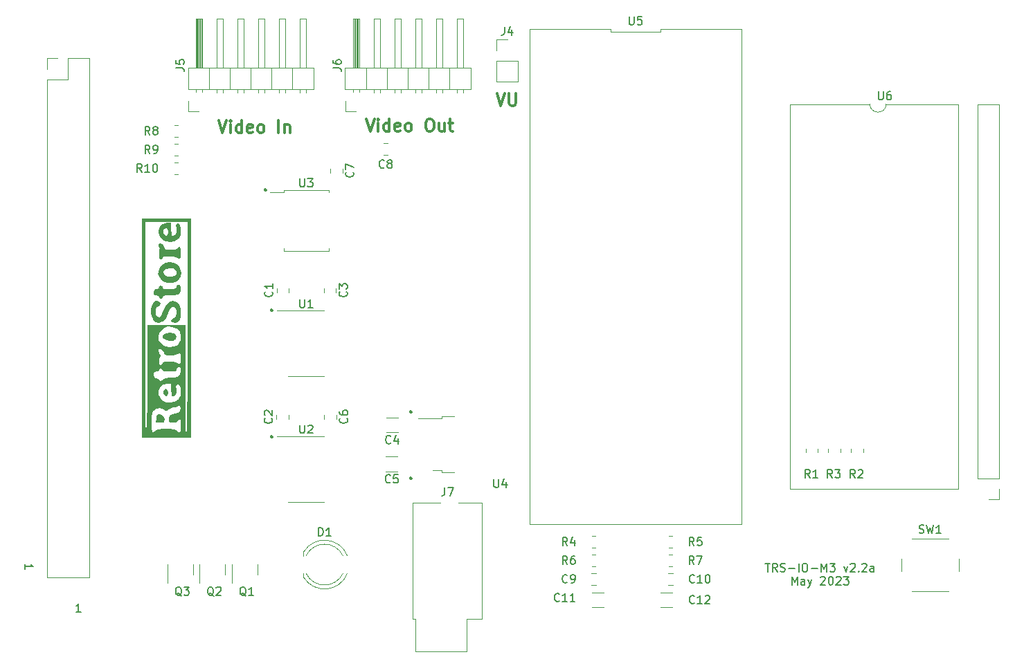
<source format=gbr>
%TF.GenerationSoftware,KiCad,Pcbnew,(6.0.11)*%
%TF.CreationDate,2023-04-29T22:06:13-07:00*%
%TF.ProjectId,TRS-IO-M3,5452532d-494f-42d4-9d33-2e6b69636164,rev?*%
%TF.SameCoordinates,Original*%
%TF.FileFunction,Legend,Top*%
%TF.FilePolarity,Positive*%
%FSLAX46Y46*%
G04 Gerber Fmt 4.6, Leading zero omitted, Abs format (unit mm)*
G04 Created by KiCad (PCBNEW (6.0.11)) date 2023-04-29 22:06:13*
%MOMM*%
%LPD*%
G01*
G04 APERTURE LIST*
%ADD10C,0.150000*%
%ADD11C,0.300000*%
%ADD12C,0.120000*%
G04 APERTURE END LIST*
D10*
X112323619Y-123983714D02*
X112323619Y-123412285D01*
X112323619Y-123698000D02*
X113323619Y-123698000D01*
X113180761Y-123602761D01*
X113085523Y-123507523D01*
X113037904Y-123412285D01*
D11*
X142494000Y-92229714D02*
X142422571Y-92301142D01*
X142494000Y-92372571D01*
X142565428Y-92301142D01*
X142494000Y-92229714D01*
X142494000Y-92372571D01*
X141732000Y-77497714D02*
X141660571Y-77569142D01*
X141732000Y-77640571D01*
X141803428Y-77569142D01*
X141732000Y-77497714D01*
X141732000Y-77640571D01*
X159506757Y-112803714D02*
X159435328Y-112875142D01*
X159506757Y-112946571D01*
X159578185Y-112875142D01*
X159506757Y-112803714D01*
X159506757Y-112946571D01*
X142494000Y-107723714D02*
X142422571Y-107795142D01*
X142494000Y-107866571D01*
X142565428Y-107795142D01*
X142494000Y-107723714D01*
X142494000Y-107866571D01*
X154028571Y-68878571D02*
X154528571Y-70378571D01*
X155028571Y-68878571D01*
X155528571Y-70378571D02*
X155528571Y-69378571D01*
X155528571Y-68878571D02*
X155457142Y-68950000D01*
X155528571Y-69021428D01*
X155600000Y-68950000D01*
X155528571Y-68878571D01*
X155528571Y-69021428D01*
X156885714Y-70378571D02*
X156885714Y-68878571D01*
X156885714Y-70307142D02*
X156742857Y-70378571D01*
X156457142Y-70378571D01*
X156314285Y-70307142D01*
X156242857Y-70235714D01*
X156171428Y-70092857D01*
X156171428Y-69664285D01*
X156242857Y-69521428D01*
X156314285Y-69450000D01*
X156457142Y-69378571D01*
X156742857Y-69378571D01*
X156885714Y-69450000D01*
X158171428Y-70307142D02*
X158028571Y-70378571D01*
X157742857Y-70378571D01*
X157600000Y-70307142D01*
X157528571Y-70164285D01*
X157528571Y-69592857D01*
X157600000Y-69450000D01*
X157742857Y-69378571D01*
X158028571Y-69378571D01*
X158171428Y-69450000D01*
X158242857Y-69592857D01*
X158242857Y-69735714D01*
X157528571Y-69878571D01*
X159100000Y-70378571D02*
X158957142Y-70307142D01*
X158885714Y-70235714D01*
X158814285Y-70092857D01*
X158814285Y-69664285D01*
X158885714Y-69521428D01*
X158957142Y-69450000D01*
X159100000Y-69378571D01*
X159314285Y-69378571D01*
X159457142Y-69450000D01*
X159528571Y-69521428D01*
X159600000Y-69664285D01*
X159600000Y-70092857D01*
X159528571Y-70235714D01*
X159457142Y-70307142D01*
X159314285Y-70378571D01*
X159100000Y-70378571D01*
X161671428Y-68878571D02*
X161957142Y-68878571D01*
X162100000Y-68950000D01*
X162242857Y-69092857D01*
X162314285Y-69378571D01*
X162314285Y-69878571D01*
X162242857Y-70164285D01*
X162100000Y-70307142D01*
X161957142Y-70378571D01*
X161671428Y-70378571D01*
X161528571Y-70307142D01*
X161385714Y-70164285D01*
X161314285Y-69878571D01*
X161314285Y-69378571D01*
X161385714Y-69092857D01*
X161528571Y-68950000D01*
X161671428Y-68878571D01*
X163600000Y-69378571D02*
X163600000Y-70378571D01*
X162957142Y-69378571D02*
X162957142Y-70164285D01*
X163028571Y-70307142D01*
X163171428Y-70378571D01*
X163385714Y-70378571D01*
X163528571Y-70307142D01*
X163600000Y-70235714D01*
X164100000Y-69378571D02*
X164671428Y-69378571D01*
X164314285Y-68878571D02*
X164314285Y-70164285D01*
X164385714Y-70307142D01*
X164528571Y-70378571D01*
X164671428Y-70378571D01*
D10*
X202835714Y-123310580D02*
X203407142Y-123310580D01*
X203121428Y-124310580D02*
X203121428Y-123310580D01*
X204311904Y-124310580D02*
X203978571Y-123834390D01*
X203740476Y-124310580D02*
X203740476Y-123310580D01*
X204121428Y-123310580D01*
X204216666Y-123358200D01*
X204264285Y-123405819D01*
X204311904Y-123501057D01*
X204311904Y-123643914D01*
X204264285Y-123739152D01*
X204216666Y-123786771D01*
X204121428Y-123834390D01*
X203740476Y-123834390D01*
X204692857Y-124262961D02*
X204835714Y-124310580D01*
X205073809Y-124310580D01*
X205169047Y-124262961D01*
X205216666Y-124215342D01*
X205264285Y-124120104D01*
X205264285Y-124024866D01*
X205216666Y-123929628D01*
X205169047Y-123882009D01*
X205073809Y-123834390D01*
X204883333Y-123786771D01*
X204788095Y-123739152D01*
X204740476Y-123691533D01*
X204692857Y-123596295D01*
X204692857Y-123501057D01*
X204740476Y-123405819D01*
X204788095Y-123358200D01*
X204883333Y-123310580D01*
X205121428Y-123310580D01*
X205264285Y-123358200D01*
X205692857Y-123929628D02*
X206454761Y-123929628D01*
X206930952Y-124310580D02*
X206930952Y-123310580D01*
X207597619Y-123310580D02*
X207788095Y-123310580D01*
X207883333Y-123358200D01*
X207978571Y-123453438D01*
X208026190Y-123643914D01*
X208026190Y-123977247D01*
X207978571Y-124167723D01*
X207883333Y-124262961D01*
X207788095Y-124310580D01*
X207597619Y-124310580D01*
X207502380Y-124262961D01*
X207407142Y-124167723D01*
X207359523Y-123977247D01*
X207359523Y-123643914D01*
X207407142Y-123453438D01*
X207502380Y-123358200D01*
X207597619Y-123310580D01*
X208454761Y-123929628D02*
X209216666Y-123929628D01*
X209692857Y-124310580D02*
X209692857Y-123310580D01*
X210026190Y-124024866D01*
X210359523Y-123310580D01*
X210359523Y-124310580D01*
X210740476Y-123310580D02*
X211359523Y-123310580D01*
X211026190Y-123691533D01*
X211169047Y-123691533D01*
X211264285Y-123739152D01*
X211311904Y-123786771D01*
X211359523Y-123882009D01*
X211359523Y-124120104D01*
X211311904Y-124215342D01*
X211264285Y-124262961D01*
X211169047Y-124310580D01*
X210883333Y-124310580D01*
X210788095Y-124262961D01*
X210740476Y-124215342D01*
X212454761Y-123643914D02*
X212692857Y-124310580D01*
X212930952Y-123643914D01*
X213264285Y-123405819D02*
X213311904Y-123358200D01*
X213407142Y-123310580D01*
X213645238Y-123310580D01*
X213740476Y-123358200D01*
X213788095Y-123405819D01*
X213835714Y-123501057D01*
X213835714Y-123596295D01*
X213788095Y-123739152D01*
X213216666Y-124310580D01*
X213835714Y-124310580D01*
X214264285Y-124215342D02*
X214311904Y-124262961D01*
X214264285Y-124310580D01*
X214216666Y-124262961D01*
X214264285Y-124215342D01*
X214264285Y-124310580D01*
X214692857Y-123405819D02*
X214740476Y-123358200D01*
X214835714Y-123310580D01*
X215073809Y-123310580D01*
X215169047Y-123358200D01*
X215216666Y-123405819D01*
X215264285Y-123501057D01*
X215264285Y-123596295D01*
X215216666Y-123739152D01*
X214645238Y-124310580D01*
X215264285Y-124310580D01*
X216121428Y-124310580D02*
X216121428Y-123786771D01*
X216073809Y-123691533D01*
X215978571Y-123643914D01*
X215788095Y-123643914D01*
X215692857Y-123691533D01*
X216121428Y-124262961D02*
X216026190Y-124310580D01*
X215788095Y-124310580D01*
X215692857Y-124262961D01*
X215645238Y-124167723D01*
X215645238Y-124072485D01*
X215692857Y-123977247D01*
X215788095Y-123929628D01*
X216026190Y-123929628D01*
X216121428Y-123882009D01*
X206097619Y-125920580D02*
X206097619Y-124920580D01*
X206430952Y-125634866D01*
X206764285Y-124920580D01*
X206764285Y-125920580D01*
X207669047Y-125920580D02*
X207669047Y-125396771D01*
X207621428Y-125301533D01*
X207526190Y-125253914D01*
X207335714Y-125253914D01*
X207240476Y-125301533D01*
X207669047Y-125872961D02*
X207573809Y-125920580D01*
X207335714Y-125920580D01*
X207240476Y-125872961D01*
X207192857Y-125777723D01*
X207192857Y-125682485D01*
X207240476Y-125587247D01*
X207335714Y-125539628D01*
X207573809Y-125539628D01*
X207669047Y-125492009D01*
X208050000Y-125253914D02*
X208288095Y-125920580D01*
X208526190Y-125253914D02*
X208288095Y-125920580D01*
X208192857Y-126158676D01*
X208145238Y-126206295D01*
X208050000Y-126253914D01*
X209621428Y-125015819D02*
X209669047Y-124968200D01*
X209764285Y-124920580D01*
X210002380Y-124920580D01*
X210097619Y-124968200D01*
X210145238Y-125015819D01*
X210192857Y-125111057D01*
X210192857Y-125206295D01*
X210145238Y-125349152D01*
X209573809Y-125920580D01*
X210192857Y-125920580D01*
X210811904Y-124920580D02*
X210907142Y-124920580D01*
X211002380Y-124968200D01*
X211050000Y-125015819D01*
X211097619Y-125111057D01*
X211145238Y-125301533D01*
X211145238Y-125539628D01*
X211097619Y-125730104D01*
X211050000Y-125825342D01*
X211002380Y-125872961D01*
X210907142Y-125920580D01*
X210811904Y-125920580D01*
X210716666Y-125872961D01*
X210669047Y-125825342D01*
X210621428Y-125730104D01*
X210573809Y-125539628D01*
X210573809Y-125301533D01*
X210621428Y-125111057D01*
X210669047Y-125015819D01*
X210716666Y-124968200D01*
X210811904Y-124920580D01*
X211526190Y-125015819D02*
X211573809Y-124968200D01*
X211669047Y-124920580D01*
X211907142Y-124920580D01*
X212002380Y-124968200D01*
X212050000Y-125015819D01*
X212097619Y-125111057D01*
X212097619Y-125206295D01*
X212050000Y-125349152D01*
X211478571Y-125920580D01*
X212097619Y-125920580D01*
X212430952Y-124920580D02*
X213050000Y-124920580D01*
X212716666Y-125301533D01*
X212859523Y-125301533D01*
X212954761Y-125349152D01*
X213002380Y-125396771D01*
X213050000Y-125492009D01*
X213050000Y-125730104D01*
X213002380Y-125825342D01*
X212954761Y-125872961D01*
X212859523Y-125920580D01*
X212573809Y-125920580D01*
X212478571Y-125872961D01*
X212430952Y-125825342D01*
D11*
X135985714Y-69078571D02*
X136485714Y-70578571D01*
X136985714Y-69078571D01*
X137485714Y-70578571D02*
X137485714Y-69578571D01*
X137485714Y-69078571D02*
X137414285Y-69150000D01*
X137485714Y-69221428D01*
X137557142Y-69150000D01*
X137485714Y-69078571D01*
X137485714Y-69221428D01*
X138842857Y-70578571D02*
X138842857Y-69078571D01*
X138842857Y-70507142D02*
X138700000Y-70578571D01*
X138414285Y-70578571D01*
X138271428Y-70507142D01*
X138200000Y-70435714D01*
X138128571Y-70292857D01*
X138128571Y-69864285D01*
X138200000Y-69721428D01*
X138271428Y-69650000D01*
X138414285Y-69578571D01*
X138700000Y-69578571D01*
X138842857Y-69650000D01*
X140128571Y-70507142D02*
X139985714Y-70578571D01*
X139700000Y-70578571D01*
X139557142Y-70507142D01*
X139485714Y-70364285D01*
X139485714Y-69792857D01*
X139557142Y-69650000D01*
X139700000Y-69578571D01*
X139985714Y-69578571D01*
X140128571Y-69650000D01*
X140200000Y-69792857D01*
X140200000Y-69935714D01*
X139485714Y-70078571D01*
X141057142Y-70578571D02*
X140914285Y-70507142D01*
X140842857Y-70435714D01*
X140771428Y-70292857D01*
X140771428Y-69864285D01*
X140842857Y-69721428D01*
X140914285Y-69650000D01*
X141057142Y-69578571D01*
X141271428Y-69578571D01*
X141414285Y-69650000D01*
X141485714Y-69721428D01*
X141557142Y-69864285D01*
X141557142Y-70292857D01*
X141485714Y-70435714D01*
X141414285Y-70507142D01*
X141271428Y-70578571D01*
X141057142Y-70578571D01*
X143342857Y-70578571D02*
X143342857Y-69078571D01*
X144057142Y-69578571D02*
X144057142Y-70578571D01*
X144057142Y-69721428D02*
X144128571Y-69650000D01*
X144271428Y-69578571D01*
X144485714Y-69578571D01*
X144628571Y-69650000D01*
X144700000Y-69792857D01*
X144700000Y-70578571D01*
D10*
X119157714Y-129230380D02*
X118586285Y-129230380D01*
X118872000Y-129230380D02*
X118872000Y-128230380D01*
X118776761Y-128373238D01*
X118681523Y-128468476D01*
X118586285Y-128516095D01*
D11*
X159512000Y-104675714D02*
X159440571Y-104747142D01*
X159512000Y-104818571D01*
X159583428Y-104747142D01*
X159512000Y-104675714D01*
X159512000Y-104818571D01*
X170014285Y-65749571D02*
X170514285Y-67249571D01*
X171014285Y-65749571D01*
X171514285Y-65749571D02*
X171514285Y-66963857D01*
X171585714Y-67106714D01*
X171657142Y-67178142D01*
X171800000Y-67249571D01*
X172085714Y-67249571D01*
X172228571Y-67178142D01*
X172300000Y-67106714D01*
X172371428Y-66963857D01*
X172371428Y-65749571D01*
D10*
%TO.C,U3*%
X145938095Y-76202380D02*
X145938095Y-77011904D01*
X145985714Y-77107142D01*
X146033333Y-77154761D01*
X146128571Y-77202380D01*
X146319047Y-77202380D01*
X146414285Y-77154761D01*
X146461904Y-77107142D01*
X146509523Y-77011904D01*
X146509523Y-76202380D01*
X146890476Y-76202380D02*
X147509523Y-76202380D01*
X147176190Y-76583333D01*
X147319047Y-76583333D01*
X147414285Y-76630952D01*
X147461904Y-76678571D01*
X147509523Y-76773809D01*
X147509523Y-77011904D01*
X147461904Y-77107142D01*
X147414285Y-77154761D01*
X147319047Y-77202380D01*
X147033333Y-77202380D01*
X146938095Y-77154761D01*
X146890476Y-77107142D01*
%TO.C,R9*%
X127595333Y-73096380D02*
X127262000Y-72620190D01*
X127023904Y-73096380D02*
X127023904Y-72096380D01*
X127404857Y-72096380D01*
X127500095Y-72144000D01*
X127547714Y-72191619D01*
X127595333Y-72286857D01*
X127595333Y-72429714D01*
X127547714Y-72524952D01*
X127500095Y-72572571D01*
X127404857Y-72620190D01*
X127023904Y-72620190D01*
X128071523Y-73096380D02*
X128262000Y-73096380D01*
X128357238Y-73048761D01*
X128404857Y-73001142D01*
X128500095Y-72858285D01*
X128547714Y-72667809D01*
X128547714Y-72286857D01*
X128500095Y-72191619D01*
X128452476Y-72144000D01*
X128357238Y-72096380D01*
X128166761Y-72096380D01*
X128071523Y-72144000D01*
X128023904Y-72191619D01*
X127976285Y-72286857D01*
X127976285Y-72524952D01*
X128023904Y-72620190D01*
X128071523Y-72667809D01*
X128166761Y-72715428D01*
X128357238Y-72715428D01*
X128452476Y-72667809D01*
X128500095Y-72620190D01*
X128547714Y-72524952D01*
%TO.C,R8*%
X127595333Y-70810380D02*
X127262000Y-70334190D01*
X127023904Y-70810380D02*
X127023904Y-69810380D01*
X127404857Y-69810380D01*
X127500095Y-69858000D01*
X127547714Y-69905619D01*
X127595333Y-70000857D01*
X127595333Y-70143714D01*
X127547714Y-70238952D01*
X127500095Y-70286571D01*
X127404857Y-70334190D01*
X127023904Y-70334190D01*
X128166761Y-70238952D02*
X128071523Y-70191333D01*
X128023904Y-70143714D01*
X127976285Y-70048476D01*
X127976285Y-70000857D01*
X128023904Y-69905619D01*
X128071523Y-69858000D01*
X128166761Y-69810380D01*
X128357238Y-69810380D01*
X128452476Y-69858000D01*
X128500095Y-69905619D01*
X128547714Y-70000857D01*
X128547714Y-70048476D01*
X128500095Y-70143714D01*
X128452476Y-70191333D01*
X128357238Y-70238952D01*
X128166761Y-70238952D01*
X128071523Y-70286571D01*
X128023904Y-70334190D01*
X127976285Y-70429428D01*
X127976285Y-70619904D01*
X128023904Y-70715142D01*
X128071523Y-70762761D01*
X128166761Y-70810380D01*
X128357238Y-70810380D01*
X128452476Y-70762761D01*
X128500095Y-70715142D01*
X128547714Y-70619904D01*
X128547714Y-70429428D01*
X128500095Y-70334190D01*
X128452476Y-70286571D01*
X128357238Y-70238952D01*
%TO.C,R1*%
X208313333Y-112807380D02*
X207980000Y-112331190D01*
X207741904Y-112807380D02*
X207741904Y-111807380D01*
X208122857Y-111807380D01*
X208218095Y-111855000D01*
X208265714Y-111902619D01*
X208313333Y-111997857D01*
X208313333Y-112140714D01*
X208265714Y-112235952D01*
X208218095Y-112283571D01*
X208122857Y-112331190D01*
X207741904Y-112331190D01*
X209265714Y-112807380D02*
X208694285Y-112807380D01*
X208980000Y-112807380D02*
X208980000Y-111807380D01*
X208884761Y-111950238D01*
X208789523Y-112045476D01*
X208694285Y-112093095D01*
%TO.C,R2*%
X213847333Y-112807380D02*
X213514000Y-112331190D01*
X213275904Y-112807380D02*
X213275904Y-111807380D01*
X213656857Y-111807380D01*
X213752095Y-111855000D01*
X213799714Y-111902619D01*
X213847333Y-111997857D01*
X213847333Y-112140714D01*
X213799714Y-112235952D01*
X213752095Y-112283571D01*
X213656857Y-112331190D01*
X213275904Y-112331190D01*
X214228285Y-111902619D02*
X214275904Y-111855000D01*
X214371142Y-111807380D01*
X214609238Y-111807380D01*
X214704476Y-111855000D01*
X214752095Y-111902619D01*
X214799714Y-111997857D01*
X214799714Y-112093095D01*
X214752095Y-112235952D01*
X214180666Y-112807380D01*
X214799714Y-112807380D01*
%TO.C,J5*%
X130782380Y-62623333D02*
X131496666Y-62623333D01*
X131639523Y-62670952D01*
X131734761Y-62766190D01*
X131782380Y-62909047D01*
X131782380Y-63004285D01*
X130782380Y-61670952D02*
X130782380Y-62147142D01*
X131258571Y-62194761D01*
X131210952Y-62147142D01*
X131163333Y-62051904D01*
X131163333Y-61813809D01*
X131210952Y-61718571D01*
X131258571Y-61670952D01*
X131353809Y-61623333D01*
X131591904Y-61623333D01*
X131687142Y-61670952D01*
X131734761Y-61718571D01*
X131782380Y-61813809D01*
X131782380Y-62051904D01*
X131734761Y-62147142D01*
X131687142Y-62194761D01*
%TO.C,C6*%
X151687142Y-105516666D02*
X151734761Y-105564285D01*
X151782380Y-105707142D01*
X151782380Y-105802380D01*
X151734761Y-105945238D01*
X151639523Y-106040476D01*
X151544285Y-106088095D01*
X151353809Y-106135714D01*
X151210952Y-106135714D01*
X151020476Y-106088095D01*
X150925238Y-106040476D01*
X150830000Y-105945238D01*
X150782380Y-105802380D01*
X150782380Y-105707142D01*
X150830000Y-105564285D01*
X150877619Y-105516666D01*
X150782380Y-104659523D02*
X150782380Y-104850000D01*
X150830000Y-104945238D01*
X150877619Y-104992857D01*
X151020476Y-105088095D01*
X151210952Y-105135714D01*
X151591904Y-105135714D01*
X151687142Y-105088095D01*
X151734761Y-105040476D01*
X151782380Y-104945238D01*
X151782380Y-104754761D01*
X151734761Y-104659523D01*
X151687142Y-104611904D01*
X151591904Y-104564285D01*
X151353809Y-104564285D01*
X151258571Y-104611904D01*
X151210952Y-104659523D01*
X151163333Y-104754761D01*
X151163333Y-104945238D01*
X151210952Y-105040476D01*
X151258571Y-105088095D01*
X151353809Y-105135714D01*
%TO.C,U5*%
X186208095Y-56337380D02*
X186208095Y-57146904D01*
X186255714Y-57242142D01*
X186303333Y-57289761D01*
X186398571Y-57337380D01*
X186589047Y-57337380D01*
X186684285Y-57289761D01*
X186731904Y-57242142D01*
X186779523Y-57146904D01*
X186779523Y-56337380D01*
X187731904Y-56337380D02*
X187255714Y-56337380D01*
X187208095Y-56813571D01*
X187255714Y-56765952D01*
X187350952Y-56718333D01*
X187589047Y-56718333D01*
X187684285Y-56765952D01*
X187731904Y-56813571D01*
X187779523Y-56908809D01*
X187779523Y-57146904D01*
X187731904Y-57242142D01*
X187684285Y-57289761D01*
X187589047Y-57337380D01*
X187350952Y-57337380D01*
X187255714Y-57289761D01*
X187208095Y-57242142D01*
%TO.C,C1*%
X142527142Y-90016666D02*
X142574761Y-90064285D01*
X142622380Y-90207142D01*
X142622380Y-90302380D01*
X142574761Y-90445238D01*
X142479523Y-90540476D01*
X142384285Y-90588095D01*
X142193809Y-90635714D01*
X142050952Y-90635714D01*
X141860476Y-90588095D01*
X141765238Y-90540476D01*
X141670000Y-90445238D01*
X141622380Y-90302380D01*
X141622380Y-90207142D01*
X141670000Y-90064285D01*
X141717619Y-90016666D01*
X142622380Y-89064285D02*
X142622380Y-89635714D01*
X142622380Y-89350000D02*
X141622380Y-89350000D01*
X141765238Y-89445238D01*
X141860476Y-89540476D01*
X141908095Y-89635714D01*
%TO.C,C7*%
X152437142Y-75366666D02*
X152484761Y-75414285D01*
X152532380Y-75557142D01*
X152532380Y-75652380D01*
X152484761Y-75795238D01*
X152389523Y-75890476D01*
X152294285Y-75938095D01*
X152103809Y-75985714D01*
X151960952Y-75985714D01*
X151770476Y-75938095D01*
X151675238Y-75890476D01*
X151580000Y-75795238D01*
X151532380Y-75652380D01*
X151532380Y-75557142D01*
X151580000Y-75414285D01*
X151627619Y-75366666D01*
X151532380Y-75033333D02*
X151532380Y-74366666D01*
X152532380Y-74795238D01*
%TO.C,U4*%
X169672095Y-112990380D02*
X169672095Y-113799904D01*
X169719714Y-113895142D01*
X169767333Y-113942761D01*
X169862571Y-113990380D01*
X170053047Y-113990380D01*
X170148285Y-113942761D01*
X170195904Y-113895142D01*
X170243523Y-113799904D01*
X170243523Y-112990380D01*
X171148285Y-113323714D02*
X171148285Y-113990380D01*
X170910190Y-112942761D02*
X170672095Y-113657047D01*
X171291142Y-113657047D01*
%TO.C,U2*%
X145938095Y-106352380D02*
X145938095Y-107161904D01*
X145985714Y-107257142D01*
X146033333Y-107304761D01*
X146128571Y-107352380D01*
X146319047Y-107352380D01*
X146414285Y-107304761D01*
X146461904Y-107257142D01*
X146509523Y-107161904D01*
X146509523Y-106352380D01*
X146938095Y-106447619D02*
X146985714Y-106400000D01*
X147080952Y-106352380D01*
X147319047Y-106352380D01*
X147414285Y-106400000D01*
X147461904Y-106447619D01*
X147509523Y-106542857D01*
X147509523Y-106638095D01*
X147461904Y-106780952D01*
X146890476Y-107352380D01*
X147509523Y-107352380D01*
%TO.C,C3*%
X151637142Y-90016666D02*
X151684761Y-90064285D01*
X151732380Y-90207142D01*
X151732380Y-90302380D01*
X151684761Y-90445238D01*
X151589523Y-90540476D01*
X151494285Y-90588095D01*
X151303809Y-90635714D01*
X151160952Y-90635714D01*
X150970476Y-90588095D01*
X150875238Y-90540476D01*
X150780000Y-90445238D01*
X150732380Y-90302380D01*
X150732380Y-90207142D01*
X150780000Y-90064285D01*
X150827619Y-90016666D01*
X150732380Y-89683333D02*
X150732380Y-89064285D01*
X151113333Y-89397619D01*
X151113333Y-89254761D01*
X151160952Y-89159523D01*
X151208571Y-89111904D01*
X151303809Y-89064285D01*
X151541904Y-89064285D01*
X151637142Y-89111904D01*
X151684761Y-89159523D01*
X151732380Y-89254761D01*
X151732380Y-89540476D01*
X151684761Y-89635714D01*
X151637142Y-89683333D01*
%TO.C,J7*%
X163650666Y-114006380D02*
X163650666Y-114720666D01*
X163603047Y-114863523D01*
X163507809Y-114958761D01*
X163364952Y-115006380D01*
X163269714Y-115006380D01*
X164031619Y-114006380D02*
X164698285Y-114006380D01*
X164269714Y-115006380D01*
%TO.C,Q2*%
X135388361Y-127287219D02*
X135293123Y-127239600D01*
X135197885Y-127144361D01*
X135055028Y-127001504D01*
X134959790Y-126953885D01*
X134864552Y-126953885D01*
X134912171Y-127191980D02*
X134816933Y-127144361D01*
X134721695Y-127049123D01*
X134674076Y-126858647D01*
X134674076Y-126525314D01*
X134721695Y-126334838D01*
X134816933Y-126239600D01*
X134912171Y-126191980D01*
X135102647Y-126191980D01*
X135197885Y-126239600D01*
X135293123Y-126334838D01*
X135340742Y-126525314D01*
X135340742Y-126858647D01*
X135293123Y-127049123D01*
X135197885Y-127144361D01*
X135102647Y-127191980D01*
X134912171Y-127191980D01*
X135721695Y-126287219D02*
X135769314Y-126239600D01*
X135864552Y-126191980D01*
X136102647Y-126191980D01*
X136197885Y-126239600D01*
X136245504Y-126287219D01*
X136293123Y-126382457D01*
X136293123Y-126477695D01*
X136245504Y-126620552D01*
X135674076Y-127191980D01*
X136293123Y-127191980D01*
%TO.C,R7*%
X194143333Y-123388380D02*
X193810000Y-122912190D01*
X193571904Y-123388380D02*
X193571904Y-122388380D01*
X193952857Y-122388380D01*
X194048095Y-122436000D01*
X194095714Y-122483619D01*
X194143333Y-122578857D01*
X194143333Y-122721714D01*
X194095714Y-122816952D01*
X194048095Y-122864571D01*
X193952857Y-122912190D01*
X193571904Y-122912190D01*
X194476666Y-122388380D02*
X195143333Y-122388380D01*
X194714761Y-123388380D01*
%TO.C,C4*%
X157052333Y-108545142D02*
X157004714Y-108592761D01*
X156861857Y-108640380D01*
X156766619Y-108640380D01*
X156623761Y-108592761D01*
X156528523Y-108497523D01*
X156480904Y-108402285D01*
X156433285Y-108211809D01*
X156433285Y-108068952D01*
X156480904Y-107878476D01*
X156528523Y-107783238D01*
X156623761Y-107688000D01*
X156766619Y-107640380D01*
X156861857Y-107640380D01*
X157004714Y-107688000D01*
X157052333Y-107735619D01*
X157909476Y-107973714D02*
X157909476Y-108640380D01*
X157671380Y-107592761D02*
X157433285Y-108307047D01*
X158052333Y-108307047D01*
%TO.C,J4*%
X170966666Y-57597380D02*
X170966666Y-58311666D01*
X170919047Y-58454523D01*
X170823809Y-58549761D01*
X170680952Y-58597380D01*
X170585714Y-58597380D01*
X171871428Y-57930714D02*
X171871428Y-58597380D01*
X171633333Y-57549761D02*
X171395238Y-58264047D01*
X172014285Y-58264047D01*
%TO.C,C12*%
X194175142Y-128119142D02*
X194127523Y-128166761D01*
X193984666Y-128214380D01*
X193889428Y-128214380D01*
X193746571Y-128166761D01*
X193651333Y-128071523D01*
X193603714Y-127976285D01*
X193556095Y-127785809D01*
X193556095Y-127642952D01*
X193603714Y-127452476D01*
X193651333Y-127357238D01*
X193746571Y-127262000D01*
X193889428Y-127214380D01*
X193984666Y-127214380D01*
X194127523Y-127262000D01*
X194175142Y-127309619D01*
X195127523Y-128214380D02*
X194556095Y-128214380D01*
X194841809Y-128214380D02*
X194841809Y-127214380D01*
X194746571Y-127357238D01*
X194651333Y-127452476D01*
X194556095Y-127500095D01*
X195508476Y-127309619D02*
X195556095Y-127262000D01*
X195651333Y-127214380D01*
X195889428Y-127214380D01*
X195984666Y-127262000D01*
X196032285Y-127309619D01*
X196079904Y-127404857D01*
X196079904Y-127500095D01*
X196032285Y-127642952D01*
X195460857Y-128214380D01*
X196079904Y-128214380D01*
%TO.C,U6*%
X216688095Y-65522380D02*
X216688095Y-66331904D01*
X216735714Y-66427142D01*
X216783333Y-66474761D01*
X216878571Y-66522380D01*
X217069047Y-66522380D01*
X217164285Y-66474761D01*
X217211904Y-66427142D01*
X217259523Y-66331904D01*
X217259523Y-65522380D01*
X218164285Y-65522380D02*
X217973809Y-65522380D01*
X217878571Y-65570000D01*
X217830952Y-65617619D01*
X217735714Y-65760476D01*
X217688095Y-65950952D01*
X217688095Y-66331904D01*
X217735714Y-66427142D01*
X217783333Y-66474761D01*
X217878571Y-66522380D01*
X218069047Y-66522380D01*
X218164285Y-66474761D01*
X218211904Y-66427142D01*
X218259523Y-66331904D01*
X218259523Y-66093809D01*
X218211904Y-65998571D01*
X218164285Y-65950952D01*
X218069047Y-65903333D01*
X217878571Y-65903333D01*
X217783333Y-65950952D01*
X217735714Y-65998571D01*
X217688095Y-66093809D01*
%TO.C,C9*%
X178649333Y-125579142D02*
X178601714Y-125626761D01*
X178458857Y-125674380D01*
X178363619Y-125674380D01*
X178220761Y-125626761D01*
X178125523Y-125531523D01*
X178077904Y-125436285D01*
X178030285Y-125245809D01*
X178030285Y-125102952D01*
X178077904Y-124912476D01*
X178125523Y-124817238D01*
X178220761Y-124722000D01*
X178363619Y-124674380D01*
X178458857Y-124674380D01*
X178601714Y-124722000D01*
X178649333Y-124769619D01*
X179125523Y-125674380D02*
X179316000Y-125674380D01*
X179411238Y-125626761D01*
X179458857Y-125579142D01*
X179554095Y-125436285D01*
X179601714Y-125245809D01*
X179601714Y-124864857D01*
X179554095Y-124769619D01*
X179506476Y-124722000D01*
X179411238Y-124674380D01*
X179220761Y-124674380D01*
X179125523Y-124722000D01*
X179077904Y-124769619D01*
X179030285Y-124864857D01*
X179030285Y-125102952D01*
X179077904Y-125198190D01*
X179125523Y-125245809D01*
X179220761Y-125293428D01*
X179411238Y-125293428D01*
X179506476Y-125245809D01*
X179554095Y-125198190D01*
X179601714Y-125102952D01*
%TO.C,Q1*%
X139350761Y-127287219D02*
X139255523Y-127239600D01*
X139160285Y-127144361D01*
X139017428Y-127001504D01*
X138922190Y-126953885D01*
X138826952Y-126953885D01*
X138874571Y-127191980D02*
X138779333Y-127144361D01*
X138684095Y-127049123D01*
X138636476Y-126858647D01*
X138636476Y-126525314D01*
X138684095Y-126334838D01*
X138779333Y-126239600D01*
X138874571Y-126191980D01*
X139065047Y-126191980D01*
X139160285Y-126239600D01*
X139255523Y-126334838D01*
X139303142Y-126525314D01*
X139303142Y-126858647D01*
X139255523Y-127049123D01*
X139160285Y-127144361D01*
X139065047Y-127191980D01*
X138874571Y-127191980D01*
X140255523Y-127191980D02*
X139684095Y-127191980D01*
X139969809Y-127191980D02*
X139969809Y-126191980D01*
X139874571Y-126334838D01*
X139779333Y-126430076D01*
X139684095Y-126477695D01*
%TO.C,J6*%
X149982380Y-62623333D02*
X150696666Y-62623333D01*
X150839523Y-62670952D01*
X150934761Y-62766190D01*
X150982380Y-62909047D01*
X150982380Y-63004285D01*
X149982380Y-61718571D02*
X149982380Y-61909047D01*
X150030000Y-62004285D01*
X150077619Y-62051904D01*
X150220476Y-62147142D01*
X150410952Y-62194761D01*
X150791904Y-62194761D01*
X150887142Y-62147142D01*
X150934761Y-62099523D01*
X150982380Y-62004285D01*
X150982380Y-61813809D01*
X150934761Y-61718571D01*
X150887142Y-61670952D01*
X150791904Y-61623333D01*
X150553809Y-61623333D01*
X150458571Y-61670952D01*
X150410952Y-61718571D01*
X150363333Y-61813809D01*
X150363333Y-62004285D01*
X150410952Y-62099523D01*
X150458571Y-62147142D01*
X150553809Y-62194761D01*
%TO.C,R3*%
X211053333Y-112807380D02*
X210720000Y-112331190D01*
X210481904Y-112807380D02*
X210481904Y-111807380D01*
X210862857Y-111807380D01*
X210958095Y-111855000D01*
X211005714Y-111902619D01*
X211053333Y-111997857D01*
X211053333Y-112140714D01*
X211005714Y-112235952D01*
X210958095Y-112283571D01*
X210862857Y-112331190D01*
X210481904Y-112331190D01*
X211386666Y-111807380D02*
X212005714Y-111807380D01*
X211672380Y-112188333D01*
X211815238Y-112188333D01*
X211910476Y-112235952D01*
X211958095Y-112283571D01*
X212005714Y-112378809D01*
X212005714Y-112616904D01*
X211958095Y-112712142D01*
X211910476Y-112759761D01*
X211815238Y-112807380D01*
X211529523Y-112807380D01*
X211434285Y-112759761D01*
X211386666Y-112712142D01*
%TO.C,C10*%
X194175142Y-125579142D02*
X194127523Y-125626761D01*
X193984666Y-125674380D01*
X193889428Y-125674380D01*
X193746571Y-125626761D01*
X193651333Y-125531523D01*
X193603714Y-125436285D01*
X193556095Y-125245809D01*
X193556095Y-125102952D01*
X193603714Y-124912476D01*
X193651333Y-124817238D01*
X193746571Y-124722000D01*
X193889428Y-124674380D01*
X193984666Y-124674380D01*
X194127523Y-124722000D01*
X194175142Y-124769619D01*
X195127523Y-125674380D02*
X194556095Y-125674380D01*
X194841809Y-125674380D02*
X194841809Y-124674380D01*
X194746571Y-124817238D01*
X194651333Y-124912476D01*
X194556095Y-124960095D01*
X195746571Y-124674380D02*
X195841809Y-124674380D01*
X195937047Y-124722000D01*
X195984666Y-124769619D01*
X196032285Y-124864857D01*
X196079904Y-125055333D01*
X196079904Y-125293428D01*
X196032285Y-125483904D01*
X195984666Y-125579142D01*
X195937047Y-125626761D01*
X195841809Y-125674380D01*
X195746571Y-125674380D01*
X195651333Y-125626761D01*
X195603714Y-125579142D01*
X195556095Y-125483904D01*
X195508476Y-125293428D01*
X195508476Y-125055333D01*
X195556095Y-124864857D01*
X195603714Y-124769619D01*
X195651333Y-124722000D01*
X195746571Y-124674380D01*
%TO.C,R4*%
X178649333Y-121102380D02*
X178316000Y-120626190D01*
X178077904Y-121102380D02*
X178077904Y-120102380D01*
X178458857Y-120102380D01*
X178554095Y-120150000D01*
X178601714Y-120197619D01*
X178649333Y-120292857D01*
X178649333Y-120435714D01*
X178601714Y-120530952D01*
X178554095Y-120578571D01*
X178458857Y-120626190D01*
X178077904Y-120626190D01*
X179506476Y-120435714D02*
X179506476Y-121102380D01*
X179268380Y-120054761D02*
X179030285Y-120769047D01*
X179649333Y-120769047D01*
%TO.C,R6*%
X178649333Y-123388380D02*
X178316000Y-122912190D01*
X178077904Y-123388380D02*
X178077904Y-122388380D01*
X178458857Y-122388380D01*
X178554095Y-122436000D01*
X178601714Y-122483619D01*
X178649333Y-122578857D01*
X178649333Y-122721714D01*
X178601714Y-122816952D01*
X178554095Y-122864571D01*
X178458857Y-122912190D01*
X178077904Y-122912190D01*
X179506476Y-122388380D02*
X179316000Y-122388380D01*
X179220761Y-122436000D01*
X179173142Y-122483619D01*
X179077904Y-122626476D01*
X179030285Y-122816952D01*
X179030285Y-123197904D01*
X179077904Y-123293142D01*
X179125523Y-123340761D01*
X179220761Y-123388380D01*
X179411238Y-123388380D01*
X179506476Y-123340761D01*
X179554095Y-123293142D01*
X179601714Y-123197904D01*
X179601714Y-122959809D01*
X179554095Y-122864571D01*
X179506476Y-122816952D01*
X179411238Y-122769333D01*
X179220761Y-122769333D01*
X179125523Y-122816952D01*
X179077904Y-122864571D01*
X179030285Y-122959809D01*
%TO.C,D1*%
X148212504Y-119936380D02*
X148212504Y-118936380D01*
X148450600Y-118936380D01*
X148593457Y-118984000D01*
X148688695Y-119079238D01*
X148736314Y-119174476D01*
X148783933Y-119364952D01*
X148783933Y-119507809D01*
X148736314Y-119698285D01*
X148688695Y-119793523D01*
X148593457Y-119888761D01*
X148450600Y-119936380D01*
X148212504Y-119936380D01*
X149736314Y-119936380D02*
X149164885Y-119936380D01*
X149450600Y-119936380D02*
X149450600Y-118936380D01*
X149355361Y-119079238D01*
X149260123Y-119174476D01*
X149164885Y-119222095D01*
%TO.C,R5*%
X194143333Y-121102380D02*
X193810000Y-120626190D01*
X193571904Y-121102380D02*
X193571904Y-120102380D01*
X193952857Y-120102380D01*
X194048095Y-120150000D01*
X194095714Y-120197619D01*
X194143333Y-120292857D01*
X194143333Y-120435714D01*
X194095714Y-120530952D01*
X194048095Y-120578571D01*
X193952857Y-120626190D01*
X193571904Y-120626190D01*
X195048095Y-120102380D02*
X194571904Y-120102380D01*
X194524285Y-120578571D01*
X194571904Y-120530952D01*
X194667142Y-120483333D01*
X194905238Y-120483333D01*
X195000476Y-120530952D01*
X195048095Y-120578571D01*
X195095714Y-120673809D01*
X195095714Y-120911904D01*
X195048095Y-121007142D01*
X195000476Y-121054761D01*
X194905238Y-121102380D01*
X194667142Y-121102380D01*
X194571904Y-121054761D01*
X194524285Y-121007142D01*
%TO.C,C11*%
X177665142Y-127865142D02*
X177617523Y-127912761D01*
X177474666Y-127960380D01*
X177379428Y-127960380D01*
X177236571Y-127912761D01*
X177141333Y-127817523D01*
X177093714Y-127722285D01*
X177046095Y-127531809D01*
X177046095Y-127388952D01*
X177093714Y-127198476D01*
X177141333Y-127103238D01*
X177236571Y-127008000D01*
X177379428Y-126960380D01*
X177474666Y-126960380D01*
X177617523Y-127008000D01*
X177665142Y-127055619D01*
X178617523Y-127960380D02*
X178046095Y-127960380D01*
X178331809Y-127960380D02*
X178331809Y-126960380D01*
X178236571Y-127103238D01*
X178141333Y-127198476D01*
X178046095Y-127246095D01*
X179569904Y-127960380D02*
X178998476Y-127960380D01*
X179284190Y-127960380D02*
X179284190Y-126960380D01*
X179188952Y-127103238D01*
X179093714Y-127198476D01*
X178998476Y-127246095D01*
%TO.C,C2*%
X142477142Y-105516666D02*
X142524761Y-105564285D01*
X142572380Y-105707142D01*
X142572380Y-105802380D01*
X142524761Y-105945238D01*
X142429523Y-106040476D01*
X142334285Y-106088095D01*
X142143809Y-106135714D01*
X142000952Y-106135714D01*
X141810476Y-106088095D01*
X141715238Y-106040476D01*
X141620000Y-105945238D01*
X141572380Y-105802380D01*
X141572380Y-105707142D01*
X141620000Y-105564285D01*
X141667619Y-105516666D01*
X141667619Y-105135714D02*
X141620000Y-105088095D01*
X141572380Y-104992857D01*
X141572380Y-104754761D01*
X141620000Y-104659523D01*
X141667619Y-104611904D01*
X141762857Y-104564285D01*
X141858095Y-104564285D01*
X142000952Y-104611904D01*
X142572380Y-105183333D01*
X142572380Y-104564285D01*
%TO.C,SW1*%
X221666666Y-119550761D02*
X221809523Y-119598380D01*
X222047619Y-119598380D01*
X222142857Y-119550761D01*
X222190476Y-119503142D01*
X222238095Y-119407904D01*
X222238095Y-119312666D01*
X222190476Y-119217428D01*
X222142857Y-119169809D01*
X222047619Y-119122190D01*
X221857142Y-119074571D01*
X221761904Y-119026952D01*
X221714285Y-118979333D01*
X221666666Y-118884095D01*
X221666666Y-118788857D01*
X221714285Y-118693619D01*
X221761904Y-118646000D01*
X221857142Y-118598380D01*
X222095238Y-118598380D01*
X222238095Y-118646000D01*
X222571428Y-118598380D02*
X222809523Y-119598380D01*
X223000000Y-118884095D01*
X223190476Y-119598380D01*
X223428571Y-118598380D01*
X224333333Y-119598380D02*
X223761904Y-119598380D01*
X224047619Y-119598380D02*
X224047619Y-118598380D01*
X223952380Y-118741238D01*
X223857142Y-118836476D01*
X223761904Y-118884095D01*
%TO.C,U1*%
X145938095Y-90977380D02*
X145938095Y-91786904D01*
X145985714Y-91882142D01*
X146033333Y-91929761D01*
X146128571Y-91977380D01*
X146319047Y-91977380D01*
X146414285Y-91929761D01*
X146461904Y-91882142D01*
X146509523Y-91786904D01*
X146509523Y-90977380D01*
X147509523Y-91977380D02*
X146938095Y-91977380D01*
X147223809Y-91977380D02*
X147223809Y-90977380D01*
X147128571Y-91120238D01*
X147033333Y-91215476D01*
X146938095Y-91263095D01*
%TO.C,C5*%
X157002333Y-113345142D02*
X156954714Y-113392761D01*
X156811857Y-113440380D01*
X156716619Y-113440380D01*
X156573761Y-113392761D01*
X156478523Y-113297523D01*
X156430904Y-113202285D01*
X156383285Y-113011809D01*
X156383285Y-112868952D01*
X156430904Y-112678476D01*
X156478523Y-112583238D01*
X156573761Y-112488000D01*
X156716619Y-112440380D01*
X156811857Y-112440380D01*
X156954714Y-112488000D01*
X157002333Y-112535619D01*
X157907095Y-112440380D02*
X157430904Y-112440380D01*
X157383285Y-112916571D01*
X157430904Y-112868952D01*
X157526142Y-112821333D01*
X157764238Y-112821333D01*
X157859476Y-112868952D01*
X157907095Y-112916571D01*
X157954714Y-113011809D01*
X157954714Y-113249904D01*
X157907095Y-113345142D01*
X157859476Y-113392761D01*
X157764238Y-113440380D01*
X157526142Y-113440380D01*
X157430904Y-113392761D01*
X157383285Y-113345142D01*
%TO.C,C8*%
X156245833Y-74807142D02*
X156198214Y-74854761D01*
X156055357Y-74902380D01*
X155960119Y-74902380D01*
X155817261Y-74854761D01*
X155722023Y-74759523D01*
X155674404Y-74664285D01*
X155626785Y-74473809D01*
X155626785Y-74330952D01*
X155674404Y-74140476D01*
X155722023Y-74045238D01*
X155817261Y-73950000D01*
X155960119Y-73902380D01*
X156055357Y-73902380D01*
X156198214Y-73950000D01*
X156245833Y-73997619D01*
X156817261Y-74330952D02*
X156722023Y-74283333D01*
X156674404Y-74235714D01*
X156626785Y-74140476D01*
X156626785Y-74092857D01*
X156674404Y-73997619D01*
X156722023Y-73950000D01*
X156817261Y-73902380D01*
X157007738Y-73902380D01*
X157102976Y-73950000D01*
X157150595Y-73997619D01*
X157198214Y-74092857D01*
X157198214Y-74140476D01*
X157150595Y-74235714D01*
X157102976Y-74283333D01*
X157007738Y-74330952D01*
X156817261Y-74330952D01*
X156722023Y-74378571D01*
X156674404Y-74426190D01*
X156626785Y-74521428D01*
X156626785Y-74711904D01*
X156674404Y-74807142D01*
X156722023Y-74854761D01*
X156817261Y-74902380D01*
X157007738Y-74902380D01*
X157102976Y-74854761D01*
X157150595Y-74807142D01*
X157198214Y-74711904D01*
X157198214Y-74521428D01*
X157150595Y-74426190D01*
X157102976Y-74378571D01*
X157007738Y-74330952D01*
%TO.C,R10*%
X126611142Y-75382380D02*
X126277809Y-74906190D01*
X126039714Y-75382380D02*
X126039714Y-74382380D01*
X126420666Y-74382380D01*
X126515904Y-74430000D01*
X126563523Y-74477619D01*
X126611142Y-74572857D01*
X126611142Y-74715714D01*
X126563523Y-74810952D01*
X126515904Y-74858571D01*
X126420666Y-74906190D01*
X126039714Y-74906190D01*
X127563523Y-75382380D02*
X126992095Y-75382380D01*
X127277809Y-75382380D02*
X127277809Y-74382380D01*
X127182571Y-74525238D01*
X127087333Y-74620476D01*
X126992095Y-74668095D01*
X128182571Y-74382380D02*
X128277809Y-74382380D01*
X128373047Y-74430000D01*
X128420666Y-74477619D01*
X128468285Y-74572857D01*
X128515904Y-74763333D01*
X128515904Y-75001428D01*
X128468285Y-75191904D01*
X128420666Y-75287142D01*
X128373047Y-75334761D01*
X128277809Y-75382380D01*
X128182571Y-75382380D01*
X128087333Y-75334761D01*
X128039714Y-75287142D01*
X127992095Y-75191904D01*
X127944476Y-75001428D01*
X127944476Y-74763333D01*
X127992095Y-74572857D01*
X128039714Y-74477619D01*
X128087333Y-74430000D01*
X128182571Y-74382380D01*
%TO.C,Q3*%
X131476761Y-127287219D02*
X131381523Y-127239600D01*
X131286285Y-127144361D01*
X131143428Y-127001504D01*
X131048190Y-126953885D01*
X130952952Y-126953885D01*
X131000571Y-127191980D02*
X130905333Y-127144361D01*
X130810095Y-127049123D01*
X130762476Y-126858647D01*
X130762476Y-126525314D01*
X130810095Y-126334838D01*
X130905333Y-126239600D01*
X131000571Y-126191980D01*
X131191047Y-126191980D01*
X131286285Y-126239600D01*
X131381523Y-126334838D01*
X131429142Y-126525314D01*
X131429142Y-126858647D01*
X131381523Y-127049123D01*
X131286285Y-127144361D01*
X131191047Y-127191980D01*
X131000571Y-127191980D01*
X131762476Y-126191980D02*
X132381523Y-126191980D01*
X132048190Y-126572933D01*
X132191047Y-126572933D01*
X132286285Y-126620552D01*
X132333904Y-126668171D01*
X132381523Y-126763409D01*
X132381523Y-127001504D01*
X132333904Y-127096742D01*
X132286285Y-127144361D01*
X132191047Y-127191980D01*
X131905333Y-127191980D01*
X131810095Y-127144361D01*
X131762476Y-127096742D01*
D12*
%TO.C,U3*%
X143940000Y-77865000D02*
X142250000Y-77865000D01*
X149460000Y-85010000D02*
X149460000Y-84735000D01*
X146700000Y-77590000D02*
X149460000Y-77590000D01*
X143940000Y-77590000D02*
X143940000Y-77865000D01*
X149460000Y-77590000D02*
X149460000Y-77865000D01*
X146700000Y-85010000D02*
X149460000Y-85010000D01*
X146700000Y-85010000D02*
X143940000Y-85010000D01*
X146700000Y-77590000D02*
X143940000Y-77590000D01*
X143940000Y-85010000D02*
X143940000Y-84735000D01*
%TO.C,R9*%
X131037064Y-71909000D02*
X130582936Y-71909000D01*
X131037064Y-73379000D02*
X130582936Y-73379000D01*
%TO.C,R8*%
X131037064Y-69623000D02*
X130582936Y-69623000D01*
X131037064Y-71093000D02*
X130582936Y-71093000D01*
%TO.C,R1*%
X209269000Y-109246936D02*
X209269000Y-109701064D01*
X207799000Y-109246936D02*
X207799000Y-109701064D01*
%TO.C,R2*%
X213333000Y-109246936D02*
X213333000Y-109701064D01*
X214803000Y-109246936D02*
X214803000Y-109701064D01*
%TO.C,J5*%
X133880000Y-62575000D02*
X133880000Y-56575000D01*
X133980000Y-56575000D02*
X133980000Y-62575000D01*
X136520000Y-65632071D02*
X136520000Y-65235000D01*
X139950000Y-65235000D02*
X139950000Y-62575000D01*
X141600000Y-56575000D02*
X141600000Y-62575000D01*
X132270000Y-62575000D02*
X132270000Y-65235000D01*
X144140000Y-65632071D02*
X144140000Y-65235000D01*
X144140000Y-56575000D02*
X144140000Y-62575000D01*
X138300000Y-65632071D02*
X138300000Y-65235000D01*
X133760000Y-62575000D02*
X133760000Y-56575000D01*
X136520000Y-56575000D02*
X136520000Y-62575000D01*
X142490000Y-65235000D02*
X142490000Y-62575000D01*
X141600000Y-65632071D02*
X141600000Y-65235000D01*
X146680000Y-65632071D02*
X146680000Y-65235000D01*
X133520000Y-62575000D02*
X133520000Y-56575000D01*
X143380000Y-65632071D02*
X143380000Y-65235000D01*
X133280000Y-62575000D02*
X133280000Y-56575000D01*
X133980000Y-65565000D02*
X133980000Y-65235000D01*
X145920000Y-65632071D02*
X145920000Y-65235000D01*
X132270000Y-65235000D02*
X147630000Y-65235000D01*
X133400000Y-62575000D02*
X133400000Y-56575000D01*
X145920000Y-56575000D02*
X146680000Y-56575000D01*
X135760000Y-62575000D02*
X135760000Y-56575000D01*
X140840000Y-65632071D02*
X140840000Y-65235000D01*
X139060000Y-56575000D02*
X139060000Y-62575000D01*
X135760000Y-56575000D02*
X136520000Y-56575000D01*
X138300000Y-56575000D02*
X139060000Y-56575000D01*
X134870000Y-65235000D02*
X134870000Y-62575000D01*
X133220000Y-65565000D02*
X133220000Y-65235000D01*
X140840000Y-56575000D02*
X141600000Y-56575000D01*
X143380000Y-56575000D02*
X144140000Y-56575000D01*
X145030000Y-65235000D02*
X145030000Y-62575000D01*
X147630000Y-62575000D02*
X132270000Y-62575000D01*
X139060000Y-65632071D02*
X139060000Y-65235000D01*
X146680000Y-56575000D02*
X146680000Y-62575000D01*
X133220000Y-56575000D02*
X133980000Y-56575000D01*
X135760000Y-65632071D02*
X135760000Y-65235000D01*
X137410000Y-65235000D02*
X137410000Y-62575000D01*
X133600000Y-67945000D02*
X132330000Y-67945000D01*
X143380000Y-62575000D02*
X143380000Y-56575000D01*
X132330000Y-67945000D02*
X132330000Y-66675000D01*
X140840000Y-62575000D02*
X140840000Y-56575000D01*
X133640000Y-62575000D02*
X133640000Y-56575000D01*
X138300000Y-62575000D02*
X138300000Y-56575000D01*
X133220000Y-62575000D02*
X133220000Y-56575000D01*
X145920000Y-62575000D02*
X145920000Y-56575000D01*
X147630000Y-65235000D02*
X147630000Y-62575000D01*
%TO.C,C6*%
X150385000Y-105088748D02*
X150385000Y-105611252D01*
X148915000Y-105088748D02*
X148915000Y-105611252D01*
%TO.C,U5*%
X190010000Y-58245000D02*
X183930001Y-58245000D01*
X183930001Y-57885000D02*
X174020000Y-57885000D01*
X183930001Y-58245000D02*
X183930001Y-57885000D01*
X174020000Y-118505000D02*
X199920000Y-118505000D01*
X174020000Y-57885000D02*
X174020000Y-118505000D01*
X199920000Y-118505000D02*
X199920000Y-57885000D01*
X199920000Y-57885000D02*
X190010000Y-57885000D01*
X190010000Y-57885000D02*
X190010000Y-58245000D01*
%TO.C,C1*%
X144585000Y-90111252D02*
X144585000Y-89588748D01*
X143115000Y-90111252D02*
X143115000Y-89588748D01*
%TO.C,C7*%
X151135000Y-74938748D02*
X151135000Y-75461252D01*
X149665000Y-74938748D02*
X149665000Y-75461252D01*
%TO.C,U4*%
X164774000Y-112163000D02*
X163274000Y-112163000D01*
X163274000Y-111893000D02*
X162174000Y-111893000D01*
X164774000Y-105263000D02*
X163274000Y-105263000D01*
X163274000Y-105533000D02*
X160444000Y-105533000D01*
X163274000Y-112163000D02*
X163274000Y-111893000D01*
X163274000Y-105263000D02*
X163274000Y-105533000D01*
%TO.C,U2*%
X146700000Y-115785000D02*
X144500000Y-115785000D01*
X146700000Y-107715000D02*
X148900000Y-107715000D01*
X146700000Y-115785000D02*
X148900000Y-115785000D01*
X146700000Y-107715000D02*
X143100000Y-107715000D01*
%TO.C,C3*%
X148865000Y-89588748D02*
X148865000Y-90111252D01*
X150335000Y-89588748D02*
X150335000Y-90111252D01*
%TO.C,J7*%
X159764000Y-115858000D02*
X163084000Y-115858000D01*
X166304000Y-130098000D02*
X166304000Y-134098000D01*
X168204000Y-130098000D02*
X166304000Y-130098000D01*
X159764000Y-130098000D02*
X159764000Y-115858000D01*
X165334000Y-115858000D02*
X168204000Y-115858000D01*
X166304000Y-134098000D02*
X160064000Y-134098000D01*
X160064000Y-134098000D02*
X160064000Y-130098000D01*
X160064000Y-130098000D02*
X159764000Y-130098000D01*
X168204000Y-115858000D02*
X168204000Y-130098000D01*
%TO.C,Q2*%
X133669600Y-124053600D02*
X133669600Y-123403600D01*
X136789600Y-124053600D02*
X136789600Y-124703600D01*
X136789600Y-124053600D02*
X136789600Y-123403600D01*
X133669600Y-124053600D02*
X133669600Y-125728600D01*
%TO.C,R7*%
X191034936Y-122201000D02*
X191489064Y-122201000D01*
X191034936Y-123671000D02*
X191489064Y-123671000D01*
%TO.C,C4*%
X157930252Y-107248000D02*
X156507748Y-107248000D01*
X157930252Y-105428000D02*
X156507748Y-105428000D01*
%TO.C,J4*%
X169970000Y-59145000D02*
X171300000Y-59145000D01*
X172630000Y-61745000D02*
X172630000Y-64345000D01*
X169970000Y-61745000D02*
X172630000Y-61745000D01*
X169970000Y-64345000D02*
X172630000Y-64345000D01*
X169970000Y-60475000D02*
X169970000Y-59145000D01*
X169970000Y-61745000D02*
X169970000Y-64345000D01*
%TO.C,C12*%
X191465252Y-126852000D02*
X190042748Y-126852000D01*
X191465252Y-128672000D02*
X190042748Y-128672000D01*
%TO.C,U6*%
X205910000Y-67082500D02*
X205910000Y-114062500D01*
X226475400Y-114062500D02*
X226475400Y-67082500D01*
X215637200Y-67070000D02*
X205910000Y-67070000D01*
X226475400Y-67070000D02*
X217637200Y-67070000D01*
X205910000Y-114180000D02*
X226475400Y-114180000D01*
X215637200Y-67044600D02*
G75*
G03*
X217637200Y-67044600I1000000J0D01*
G01*
%TO.C,C9*%
X181602748Y-125957000D02*
X182125252Y-125957000D01*
X181602748Y-124487000D02*
X182125252Y-124487000D01*
%TO.C,Q1*%
X137632000Y-124053600D02*
X137632000Y-123403600D01*
X140752000Y-124053600D02*
X140752000Y-124703600D01*
X137632000Y-124053600D02*
X137632000Y-125728600D01*
X140752000Y-124053600D02*
X140752000Y-123403600D01*
%TO.C,G1*%
G36*
X129709760Y-101996046D02*
G01*
X129801284Y-102285783D01*
X129805969Y-102400565D01*
X129760811Y-102748436D01*
X129619562Y-102865816D01*
X129611171Y-102866010D01*
X129374835Y-102754266D01*
X129229972Y-102498437D01*
X129229718Y-102217628D01*
X129281086Y-102126096D01*
X129525677Y-101937230D01*
X129709760Y-101996046D01*
G37*
G36*
X129882598Y-88970737D02*
G01*
X129654848Y-88945577D01*
X129262656Y-88762159D01*
X128906779Y-88425532D01*
X128666347Y-88025750D01*
X128609110Y-87755486D01*
X128632894Y-87643213D01*
X129217183Y-87643213D01*
X129300476Y-87884677D01*
X129538808Y-88081555D01*
X129877041Y-88202216D01*
X130260038Y-88215026D01*
X130597730Y-88108042D01*
X130829136Y-87860047D01*
X130841029Y-87543100D01*
X130710262Y-87333445D01*
X130432531Y-87208282D01*
X130030583Y-87179662D01*
X129626053Y-87242658D01*
X129344065Y-87388797D01*
X129217183Y-87643213D01*
X128632894Y-87643213D01*
X128723583Y-87215107D01*
X129028977Y-86793083D01*
X129468255Y-86511561D01*
X129984381Y-86392686D01*
X130520316Y-86458605D01*
X131019025Y-86731465D01*
X131088389Y-86792826D01*
X131320337Y-87172083D01*
X131406629Y-87668317D01*
X131340038Y-88171399D01*
X131198383Y-88468949D01*
X130875872Y-88736132D01*
X130401266Y-88914515D01*
X130260038Y-88929824D01*
X129882598Y-88970737D01*
G37*
G36*
X130538263Y-95094423D02*
G01*
X130811029Y-95312344D01*
X130869843Y-95551874D01*
X130781121Y-95831105D01*
X130710262Y-95924230D01*
X130424719Y-96064330D01*
X130040293Y-96082935D01*
X129642460Y-96000329D01*
X129316696Y-95836792D01*
X129148479Y-95612609D01*
X129141047Y-95551874D01*
X129260359Y-95309858D01*
X129563623Y-95117642D01*
X129968831Y-95022966D01*
X130054839Y-95019937D01*
X130538263Y-95094423D01*
G37*
G36*
X130872651Y-91276424D02*
G01*
X131198703Y-91607049D01*
X131373403Y-92142565D01*
X131401780Y-92548072D01*
X131356720Y-93059592D01*
X131237599Y-93454218D01*
X131194763Y-93527520D01*
X130953524Y-93733064D01*
X130651457Y-93827930D01*
X130376654Y-93806678D01*
X130217209Y-93663870D01*
X130204921Y-93588644D01*
X130314678Y-93359385D01*
X130504136Y-93222937D01*
X130739916Y-93015587D01*
X130850141Y-92707265D01*
X130846665Y-92370413D01*
X130741340Y-92077473D01*
X130546020Y-91900886D01*
X130288750Y-91906555D01*
X130124050Y-92072076D01*
X129938995Y-92404807D01*
X129839696Y-92649923D01*
X129582540Y-93247589D01*
X129297967Y-93616427D01*
X128949066Y-93793409D01*
X128668467Y-93823078D01*
X128317406Y-93775252D01*
X128074461Y-93584144D01*
X127942731Y-93390879D01*
X127712096Y-92768380D01*
X127729948Y-92095294D01*
X127892849Y-91615689D01*
X128090839Y-91299235D01*
X128332445Y-91175055D01*
X128491278Y-91163393D01*
X128769353Y-91202615D01*
X128867855Y-91366833D01*
X128875078Y-91495853D01*
X128809667Y-91759809D01*
X128624613Y-91828314D01*
X128415585Y-91942919D01*
X128296857Y-92230964D01*
X128290601Y-92608792D01*
X128353222Y-92852211D01*
X128532271Y-93127180D01*
X128747900Y-93156305D01*
X128976712Y-92952862D01*
X129195309Y-92530125D01*
X129264271Y-92335314D01*
X129549494Y-91695530D01*
X129914254Y-91306580D01*
X130362647Y-91164253D01*
X130404398Y-91163393D01*
X130872651Y-91276424D01*
G37*
G36*
X129078846Y-83633230D02*
G01*
X128794504Y-83290088D01*
X128638935Y-82755485D01*
X128660129Y-82609797D01*
X129243582Y-82609797D01*
X129284633Y-82887177D01*
X129350286Y-82975623D01*
X129599972Y-83161853D01*
X129747645Y-83107482D01*
X129804506Y-82806198D01*
X129805969Y-82718890D01*
X129760811Y-82371019D01*
X129619562Y-82253640D01*
X129611171Y-82253445D01*
X129365920Y-82361206D01*
X129243582Y-82609797D01*
X128660129Y-82609797D01*
X128710084Y-82266395D01*
X128977533Y-81875926D01*
X129410865Y-81637185D01*
X129769066Y-81588523D01*
X130204921Y-81588523D01*
X130204921Y-82386429D01*
X130223106Y-82862251D01*
X130283854Y-83114650D01*
X130388115Y-83184335D01*
X130668350Y-83069973D01*
X130820853Y-82756827D01*
X130824445Y-82289804D01*
X130820895Y-82266698D01*
X130792082Y-81897515D01*
X130868469Y-81712454D01*
X130934969Y-81673941D01*
X131149460Y-81699810D01*
X131303003Y-81920307D01*
X131389993Y-82269910D01*
X131404824Y-82683102D01*
X131341891Y-83094361D01*
X131195586Y-83438167D01*
X131096172Y-83558061D01*
X130626943Y-83845275D01*
X130083985Y-83947681D01*
X129599972Y-83881848D01*
X129542790Y-83874070D01*
X129078846Y-83633230D01*
G37*
G36*
X129080381Y-105081531D02*
G01*
X129321517Y-105353119D01*
X129407016Y-105750590D01*
X129373995Y-105948071D01*
X129226135Y-106036534D01*
X128890240Y-106057603D01*
X128867051Y-106057633D01*
X128327086Y-106057633D01*
X128368360Y-105558942D01*
X128427311Y-105217376D01*
X128564479Y-105059272D01*
X128734643Y-105014376D01*
X129080381Y-105081531D01*
G37*
G36*
X131320606Y-89221984D02*
G01*
X131393991Y-89429061D01*
X131401780Y-89624574D01*
X131342896Y-89999918D01*
X131200432Y-90281567D01*
X131192805Y-90289496D01*
X130958286Y-90417063D01*
X130545549Y-90483507D01*
X130062438Y-90498471D01*
X129564324Y-90509394D01*
X129280002Y-90549969D01*
X129157902Y-90631906D01*
X129141047Y-90707698D01*
X129044761Y-90864362D01*
X128908325Y-90866031D01*
X128727878Y-90750227D01*
X128708848Y-90656803D01*
X128622306Y-90537287D01*
X128409633Y-90498471D01*
X128172033Y-90455533D01*
X128085112Y-90273007D01*
X128077173Y-90099518D01*
X128112180Y-89815153D01*
X128264622Y-89710843D01*
X128423861Y-89700565D01*
X128670946Y-89658391D01*
X128698792Y-89514257D01*
X128694004Y-89501089D01*
X128710892Y-89346413D01*
X128941571Y-89301612D01*
X129174885Y-89348537D01*
X129189138Y-89501089D01*
X129190711Y-89609402D01*
X129331499Y-89670680D01*
X129659281Y-89696805D01*
X129991217Y-89700565D01*
X130463657Y-89692536D01*
X130728674Y-89656674D01*
X130844616Y-89575314D01*
X130869843Y-89434597D01*
X130963877Y-89212339D01*
X131135811Y-89168628D01*
X131320606Y-89221984D01*
G37*
G36*
X126614346Y-81056586D02*
G01*
X132598639Y-81056586D01*
X132598639Y-107919413D01*
X126614346Y-107919413D01*
X126614346Y-94488000D01*
X127013298Y-94488000D01*
X127014653Y-96942570D01*
X127018704Y-99145546D01*
X127025437Y-101095332D01*
X127034835Y-102790331D01*
X127046882Y-104228949D01*
X127061561Y-105409589D01*
X127078857Y-106330656D01*
X127098752Y-106990554D01*
X127121231Y-107387687D01*
X127146277Y-107520461D01*
X127146283Y-107520461D01*
X127179914Y-107388196D01*
X127208799Y-106994197D01*
X127232853Y-106342660D01*
X127233165Y-106327900D01*
X127799921Y-106327900D01*
X127832886Y-106781551D01*
X127899643Y-107112606D01*
X128000110Y-107253456D01*
X128010681Y-107254492D01*
X128186987Y-107148042D01*
X128210157Y-107055016D01*
X128331162Y-106955502D01*
X128649556Y-106885566D01*
X129098413Y-106845208D01*
X129610801Y-106834428D01*
X130119794Y-106853225D01*
X130558463Y-106901601D01*
X130859877Y-106979554D01*
X130954737Y-107055016D01*
X131122176Y-107231755D01*
X131216531Y-107254492D01*
X131326542Y-107178031D01*
X131385030Y-106920589D01*
X131401780Y-106456586D01*
X131384028Y-105982748D01*
X131324258Y-105730826D01*
X131216531Y-105658681D01*
X131011235Y-105765949D01*
X130954737Y-105858157D01*
X130761442Y-106009106D01*
X130400544Y-106057633D01*
X130089146Y-106042339D01*
X129963655Y-105943840D01*
X129954596Y-105683212D01*
X129964171Y-105561906D01*
X130008126Y-105252560D01*
X130123642Y-105090857D01*
X130387979Y-105003771D01*
X130594230Y-104966382D01*
X131056821Y-104844737D01*
X131306913Y-104646824D01*
X131396418Y-104325130D01*
X131399744Y-104229099D01*
X131313804Y-103994330D01*
X131122837Y-103927805D01*
X130936335Y-104062869D01*
X130752147Y-104167598D01*
X130544266Y-104195853D01*
X130212221Y-104278552D01*
X130098367Y-104344975D01*
X129926152Y-104445447D01*
X129700765Y-104606566D01*
X129530998Y-104608798D01*
X129287199Y-104450517D01*
X129269193Y-104437217D01*
X128833550Y-104259684D01*
X128394125Y-104321302D01*
X128029531Y-104609461D01*
X128007578Y-104639591D01*
X127904576Y-104907501D01*
X127835686Y-105323263D01*
X127800827Y-105819267D01*
X127799921Y-106327900D01*
X127233165Y-106327900D01*
X127251994Y-105437777D01*
X127266139Y-104283742D01*
X127275204Y-102884751D01*
X127275813Y-102628942D01*
X128679233Y-102628942D01*
X128782258Y-102933453D01*
X129102377Y-103324516D01*
X129566947Y-103561177D01*
X130098367Y-103635434D01*
X130619035Y-103539283D01*
X131051351Y-103264721D01*
X131130049Y-103175592D01*
X131324972Y-102760769D01*
X131405806Y-102232141D01*
X131356219Y-101723254D01*
X131321060Y-101613536D01*
X131135229Y-101433091D01*
X131001254Y-101403183D01*
X130851784Y-101443700D01*
X130804939Y-101611203D01*
X130833344Y-101933848D01*
X130827203Y-102415223D01*
X130676608Y-102740497D01*
X130402523Y-102865778D01*
X130388115Y-102866010D01*
X130278869Y-102786805D01*
X130220921Y-102522217D01*
X130204921Y-102068105D01*
X130204921Y-101270199D01*
X129764552Y-101270199D01*
X129260061Y-101384088D01*
X128941571Y-101643639D01*
X128888200Y-101687133D01*
X128683185Y-102121396D01*
X128679233Y-102628942D01*
X127275813Y-102628942D01*
X127279108Y-101244997D01*
X127279267Y-100804754D01*
X127279267Y-100206324D01*
X128077173Y-100206324D01*
X128112955Y-100491445D01*
X128265059Y-100595750D01*
X128409633Y-100605277D01*
X128677024Y-100674640D01*
X128742094Y-100804754D01*
X128848544Y-100981060D01*
X128941571Y-101004230D01*
X129118049Y-100905489D01*
X129141047Y-100819761D01*
X129225656Y-100709420D01*
X129502883Y-100634655D01*
X130007829Y-100586402D01*
X130055626Y-100583613D01*
X130686036Y-100516877D01*
X131093430Y-100385009D01*
X131317792Y-100162493D01*
X131399106Y-99823816D01*
X131401780Y-99724596D01*
X131369616Y-99410686D01*
X131245326Y-99287506D01*
X131135811Y-99275434D01*
X130913554Y-99369469D01*
X130869843Y-99541403D01*
X130842902Y-99685341D01*
X130722900Y-99765590D01*
X130451067Y-99800233D01*
X130005445Y-99807372D01*
X129520591Y-99794054D01*
X129251108Y-99746469D01*
X129147377Y-99653166D01*
X129141047Y-99607895D01*
X129034598Y-99431589D01*
X128941571Y-99408419D01*
X128765264Y-99514868D01*
X128742094Y-99607895D01*
X128626491Y-99768329D01*
X128409633Y-99807372D01*
X128172033Y-99850310D01*
X128085112Y-100032836D01*
X128077173Y-100206324D01*
X127279267Y-100206324D01*
X127279267Y-97077636D01*
X128634831Y-97077636D01*
X128634970Y-97239145D01*
X128750963Y-97518118D01*
X128771652Y-97555224D01*
X128887992Y-97813606D01*
X128883350Y-97942351D01*
X128868893Y-97945592D01*
X128789487Y-98063584D01*
X128745325Y-98358339D01*
X128742094Y-98477529D01*
X128775033Y-98847401D01*
X128884223Y-98999812D01*
X128941571Y-99009466D01*
X129117877Y-98903016D01*
X129141047Y-98809989D01*
X129199141Y-98697659D01*
X129406549Y-98635461D01*
X129812959Y-98611824D01*
X129997597Y-98610513D01*
X130451554Y-98629723D01*
X130791882Y-98679861D01*
X130936335Y-98743497D01*
X131128747Y-98865860D01*
X131210152Y-98876482D01*
X131332263Y-98796539D01*
X131391272Y-98527582D01*
X131401780Y-98211560D01*
X131378741Y-97787852D01*
X131301228Y-97583100D01*
X131210152Y-97546639D01*
X130983740Y-97627686D01*
X130936335Y-97679623D01*
X130767452Y-97753711D01*
X130421237Y-97801988D01*
X130133115Y-97812607D01*
X130009623Y-97809151D01*
X129711537Y-97800810D01*
X129482134Y-97745442D01*
X129371457Y-97616542D01*
X129329837Y-97484912D01*
X129180261Y-97226411D01*
X128939093Y-97057359D01*
X128703676Y-97034800D01*
X128634831Y-97077636D01*
X127279267Y-97077636D01*
X127279267Y-95410994D01*
X128659671Y-95410994D01*
X128695162Y-95950323D01*
X128741868Y-96083264D01*
X129036013Y-96477974D01*
X129484189Y-96730777D01*
X130009623Y-96831938D01*
X130535543Y-96771723D01*
X130985176Y-96540398D01*
X131135284Y-96386738D01*
X131344393Y-95938474D01*
X131391965Y-95408188D01*
X131273170Y-94918227D01*
X131198383Y-94788727D01*
X130867270Y-94513949D01*
X130385187Y-94340965D01*
X129858257Y-94303431D01*
X129722755Y-94320762D01*
X129209344Y-94531749D01*
X128843024Y-94916648D01*
X128659671Y-95410994D01*
X127279267Y-95410994D01*
X127279267Y-94089047D01*
X131933717Y-94089047D01*
X131933717Y-100804754D01*
X131936336Y-102503151D01*
X131944138Y-103961818D01*
X131957040Y-105176561D01*
X131974958Y-106143186D01*
X131997811Y-106857498D01*
X132025513Y-107315304D01*
X132057984Y-107512409D01*
X132066702Y-107520461D01*
X132091748Y-107387748D01*
X132114228Y-106990676D01*
X132134123Y-106330838D01*
X132151419Y-105409831D01*
X132166099Y-104229250D01*
X132178146Y-102790692D01*
X132187545Y-101095751D01*
X132194279Y-99146024D01*
X132198331Y-96943106D01*
X132199686Y-94488593D01*
X132199686Y-81455539D01*
X127013298Y-81455539D01*
X127013298Y-94488000D01*
X126614346Y-94488000D01*
X126614346Y-81056586D01*
G37*
G36*
X129143811Y-84236990D02*
G01*
X129293958Y-84514178D01*
X129395343Y-84747028D01*
X129542346Y-84865577D01*
X129815872Y-84908100D01*
X130137211Y-84913131D01*
X130607899Y-84884935D01*
X130859051Y-84793343D01*
X130917934Y-84713654D01*
X131095657Y-84536748D01*
X131198130Y-84514178D01*
X131320286Y-84576137D01*
X131383335Y-84796700D01*
X131401765Y-85227893D01*
X131401780Y-85245592D01*
X131390236Y-85668274D01*
X131340323Y-85888468D01*
X131229121Y-85969204D01*
X131135811Y-85977005D01*
X130919716Y-85921315D01*
X130869843Y-85844021D01*
X130747711Y-85774529D01*
X130424178Y-85726950D01*
X130005445Y-85711037D01*
X129525387Y-85723239D01*
X129258050Y-85768316D01*
X129150954Y-85858970D01*
X129141047Y-85920264D01*
X129041342Y-86080044D01*
X128919350Y-86086494D01*
X128755545Y-85956102D01*
X128698301Y-85622548D01*
X128697710Y-85567969D01*
X128718614Y-85214576D01*
X128769666Y-84978477D01*
X128777648Y-84963191D01*
X128785051Y-84752639D01*
X128735356Y-84640813D01*
X128616896Y-84333239D01*
X128711012Y-84151265D01*
X128881996Y-84115225D01*
X129143811Y-84236990D01*
G37*
%TO.C,J6*%
X154960000Y-65632071D02*
X154960000Y-65235000D01*
X160040000Y-65632071D02*
X160040000Y-65235000D01*
X152420000Y-65565000D02*
X152420000Y-65235000D01*
X153080000Y-62575000D02*
X153080000Y-56575000D01*
X165880000Y-56575000D02*
X165880000Y-62575000D01*
X154960000Y-56575000D02*
X155720000Y-56575000D01*
X164230000Y-65235000D02*
X164230000Y-62575000D01*
X155720000Y-65632071D02*
X155720000Y-65235000D01*
X151470000Y-65235000D02*
X166830000Y-65235000D01*
X155720000Y-56575000D02*
X155720000Y-62575000D01*
X158260000Y-56575000D02*
X158260000Y-62575000D01*
X160800000Y-65632071D02*
X160800000Y-65235000D01*
X162580000Y-62575000D02*
X162580000Y-56575000D01*
X157500000Y-62575000D02*
X157500000Y-56575000D01*
X162580000Y-56575000D02*
X163340000Y-56575000D01*
X165120000Y-56575000D02*
X165880000Y-56575000D01*
X157500000Y-56575000D02*
X158260000Y-56575000D01*
X160040000Y-62575000D02*
X160040000Y-56575000D01*
X161690000Y-65235000D02*
X161690000Y-62575000D01*
X163340000Y-65632071D02*
X163340000Y-65235000D01*
X160040000Y-56575000D02*
X160800000Y-56575000D01*
X162580000Y-65632071D02*
X162580000Y-65235000D01*
X154070000Y-65235000D02*
X154070000Y-62575000D01*
X157500000Y-65632071D02*
X157500000Y-65235000D01*
X151470000Y-62575000D02*
X151470000Y-65235000D01*
X165880000Y-65632071D02*
X165880000Y-65235000D01*
X160800000Y-56575000D02*
X160800000Y-62575000D01*
X165120000Y-65632071D02*
X165120000Y-65235000D01*
X152840000Y-62575000D02*
X152840000Y-56575000D01*
X156610000Y-65235000D02*
X156610000Y-62575000D01*
X152720000Y-62575000D02*
X152720000Y-56575000D01*
X163340000Y-56575000D02*
X163340000Y-62575000D01*
X152420000Y-62575000D02*
X152420000Y-56575000D01*
X153180000Y-65565000D02*
X153180000Y-65235000D01*
X166830000Y-62575000D02*
X151470000Y-62575000D01*
X152420000Y-56575000D02*
X153180000Y-56575000D01*
X152800000Y-67945000D02*
X151530000Y-67945000D01*
X153180000Y-56575000D02*
X153180000Y-62575000D01*
X151530000Y-67945000D02*
X151530000Y-66675000D01*
X152600000Y-62575000D02*
X152600000Y-56575000D01*
X152960000Y-62575000D02*
X152960000Y-56575000D01*
X152480000Y-62575000D02*
X152480000Y-56575000D01*
X165120000Y-62575000D02*
X165120000Y-56575000D01*
X166830000Y-65235000D02*
X166830000Y-62575000D01*
X159150000Y-65235000D02*
X159150000Y-62575000D01*
X154960000Y-62575000D02*
X154960000Y-56575000D01*
X158260000Y-65632071D02*
X158260000Y-65235000D01*
%TO.C,R3*%
X212009000Y-109246936D02*
X212009000Y-109701064D01*
X210539000Y-109246936D02*
X210539000Y-109701064D01*
%TO.C,C10*%
X191000748Y-124487000D02*
X191523252Y-124487000D01*
X191000748Y-125957000D02*
X191523252Y-125957000D01*
%TO.C,R4*%
X181636936Y-121385000D02*
X182091064Y-121385000D01*
X181636936Y-119915000D02*
X182091064Y-119915000D01*
%TO.C,R6*%
X181636936Y-122201000D02*
X182091064Y-122201000D01*
X181636936Y-123671000D02*
X182091064Y-123671000D01*
%TO.C,D1*%
X146390600Y-124524000D02*
X146390600Y-124989000D01*
X146390600Y-121899000D02*
X146390600Y-122364000D01*
X151738415Y-122363173D02*
G75*
G03*
X146390600Y-121899170I-2787815J-1080827D01*
G01*
X146390600Y-124988830D02*
G75*
G03*
X151738415Y-124524827I2560000J1544830D01*
G01*
X151205079Y-122363571D02*
G75*
G03*
X146695916Y-122364000I-2254479J-1080429D01*
G01*
X146695916Y-124524000D02*
G75*
G03*
X151205079Y-124524429I2254684J1080000D01*
G01*
%TO.C,R5*%
X191034936Y-121385000D02*
X191489064Y-121385000D01*
X191034936Y-119915000D02*
X191489064Y-119915000D01*
%TO.C,J2*%
X114997000Y-125033000D02*
X120197000Y-125033000D01*
X117597000Y-61413000D02*
X120197000Y-61413000D01*
X114997000Y-61413000D02*
X116327000Y-61413000D01*
X120197000Y-61413000D02*
X120197000Y-125033000D01*
X114997000Y-64013000D02*
X117597000Y-64013000D01*
X114997000Y-64013000D02*
X114997000Y-125033000D01*
X117597000Y-64013000D02*
X117597000Y-61413000D01*
X114997000Y-62743000D02*
X114997000Y-61413000D01*
%TO.C,C11*%
X183083252Y-128672000D02*
X181660748Y-128672000D01*
X183083252Y-126852000D02*
X181660748Y-126852000D01*
%TO.C,C2*%
X144535000Y-105611252D02*
X144535000Y-105088748D01*
X143065000Y-105611252D02*
X143065000Y-105088748D01*
%TO.C,SW1*%
X226500000Y-124250000D02*
X226500000Y-122750000D01*
X225250000Y-120250000D02*
X220750000Y-120250000D01*
X219500000Y-122750000D02*
X219500000Y-124250000D01*
X220750000Y-126750000D02*
X225250000Y-126750000D01*
%TO.C,U1*%
X146700000Y-92340000D02*
X148900000Y-92340000D01*
X146700000Y-100410000D02*
X148900000Y-100410000D01*
X146700000Y-92340000D02*
X143100000Y-92340000D01*
X146700000Y-100410000D02*
X144500000Y-100410000D01*
%TO.C,C5*%
X157880252Y-112048000D02*
X156457748Y-112048000D01*
X157880252Y-110228000D02*
X156457748Y-110228000D01*
%TO.C,C8*%
X156151248Y-71815000D02*
X156673752Y-71815000D01*
X156151248Y-73285000D02*
X156673752Y-73285000D01*
%TO.C,J3*%
X231480000Y-67100000D02*
X228820000Y-67100000D01*
X231480000Y-115480000D02*
X230150000Y-115480000D01*
X231480000Y-112880000D02*
X228820000Y-112880000D01*
X231480000Y-112880000D02*
X231480000Y-67100000D01*
X231480000Y-114150000D02*
X231480000Y-115480000D01*
X228820000Y-112880000D02*
X228820000Y-67100000D01*
%TO.C,R10*%
X131037064Y-74195000D02*
X130582936Y-74195000D01*
X131037064Y-75665000D02*
X130582936Y-75665000D01*
%TO.C,Q3*%
X132878000Y-124053600D02*
X132878000Y-123403600D01*
X129758000Y-124053600D02*
X129758000Y-123403600D01*
X129758000Y-124053600D02*
X129758000Y-125728600D01*
X132878000Y-124053600D02*
X132878000Y-124703600D01*
%TD*%
M02*

</source>
